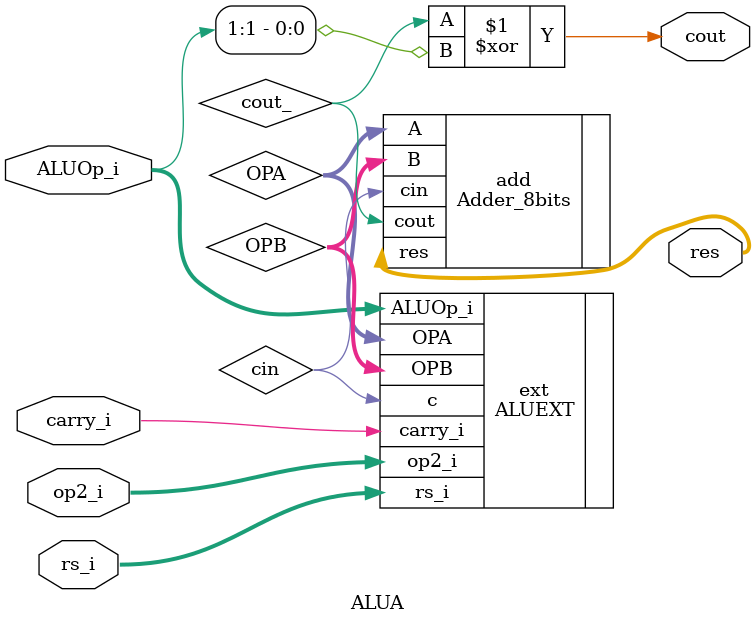
<source format=v>
module ALUA (
	input  [7:0] rs_i,
	input  [7:0] op2_i,
	input  [1:0] ALUOp_i,
	input 		 carry_i,
	output [7:0] res,
	output 		 cout
);

	wire [7:0] OPA;
	wire [7:0] OPB;
	wire cin;
	wire cout_;

	ALUEXT ext (
		.rs_i(rs_i),
		.op2_i(op2_i),
		.ALUOp_i(ALUOp_i),
		.OPA(OPA),
		.OPB(OPB),
		.carry_i(carry_i),
		.c(cin)
	);
	
	Adder_8bits add (
		.A(OPA),
		.B(OPB),
		.cin(cin),
		.res(res),
		.cout(cout_)
	);
	
	assign cout = cout_ ^ ALUOp_i[1];

endmodule 
</source>
